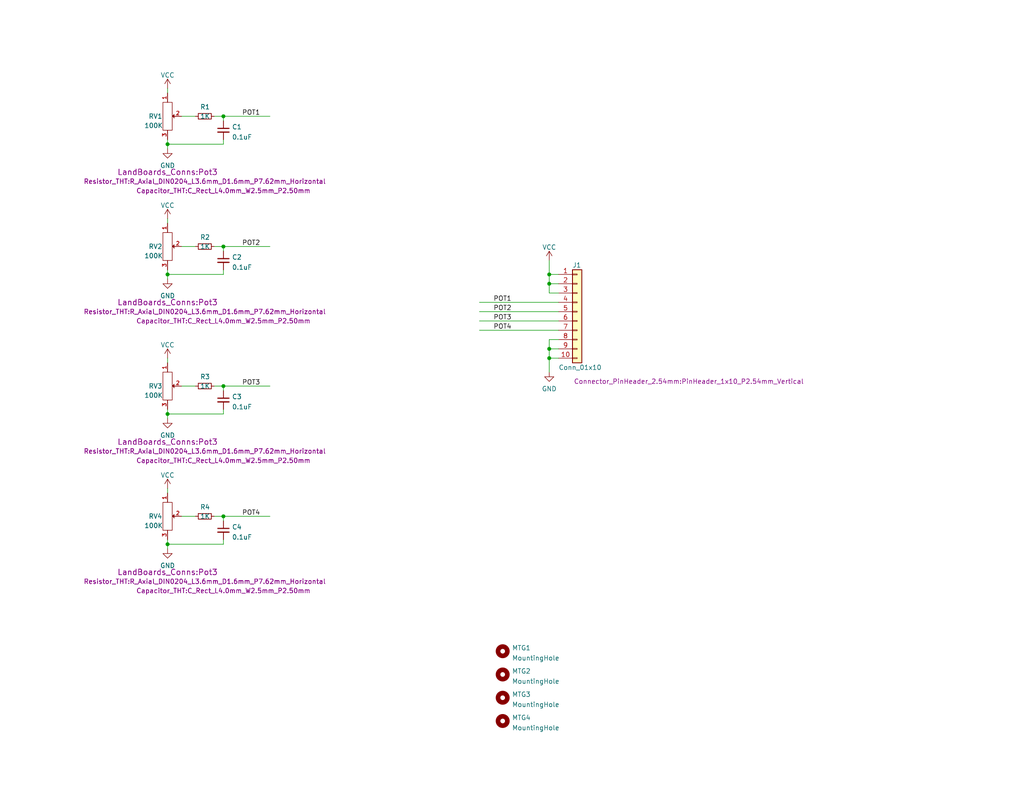
<source format=kicad_sch>
(kicad_sch (version 20211123) (generator eeschema)
  (paper "A")
  (title_block (date "2022-10-03") (rev "1"))
  (lib_symbols
    (symbol "Connector_Generic:Conn_01x10" (pin_names (offset 1.016) hide)
      (property "Reference" "J" (at 0 12.7 0))
      (property "Value" "Conn_01x10" (at 0 -15.24 0))
      (symbol "Conn_01x10_1_1"
        (rectangle (start -1.27 -12.573) (end 0 -12.827) (stroke (width 0.1524)))
        (rectangle (start -1.27 -10.033) (end 0 -10.287) (stroke (width 0.1524)))
        (rectangle (start -1.27 -7.493) (end 0 -7.747) (stroke (width 0.1524)))
        (rectangle (start -1.27 -4.953) (end 0 -5.207) (stroke (width 0.1524)))
        (rectangle (start -1.27 -2.413) (end 0 -2.667) (stroke (width 0.1524)))
        (rectangle (start -1.27 0.127) (end 0 -0.127) (stroke (width 0.1524)))
        (rectangle (start -1.27 2.667) (end 0 2.413) (stroke (width 0.1524)))
        (rectangle (start -1.27 5.207) (end 0 4.953) (stroke (width 0.1524)))
        (rectangle (start -1.27 7.747) (end 0 7.493) (stroke (width 0.1524)))
        (rectangle (start -1.27 10.287) (end 0 10.033) (stroke (width 0.1524)))
        (rectangle (start -1.27 11.43) (end 1.27 -13.97) (stroke (width 0.254)) (fill (type background)))
        (pin passive line (at -5.08 10.16 0) (length 3.81) (name "Pin_1") (number "1"))
        (pin passive line (at -5.08 -12.7 0) (length 3.81) (name "Pin_10") (number "10"))
        (pin passive line (at -5.08 7.62 0) (length 3.81) (name "Pin_2") (number "2"))
        (pin passive line (at -5.08 5.08 0) (length 3.81) (name "Pin_3") (number "3"))
        (pin passive line (at -5.08 2.54 0) (length 3.81) (name "Pin_4") (number "4"))
        (pin passive line (at -5.08 0 0) (length 3.81) (name "Pin_5") (number "5"))
        (pin passive line (at -5.08 -2.54 0) (length 3.81) (name "Pin_6") (number "6"))
        (pin passive line (at -5.08 -5.08 0) (length 3.81) (name "Pin_7") (number "7"))
        (pin passive line (at -5.08 -7.62 0) (length 3.81) (name "Pin_8") (number "8"))
        (pin passive line (at -5.08 -10.16 0) (length 3.81) (name "Pin_9") (number "9"))
      )
    )
    (symbol "Device:C_Small" (pin_numbers hide) (pin_names (offset 0.254) hide)
      (property "Reference" "C" (at 0.254 1.778 0))
      (property "Value" "C_Small" (at 0.254 -2.032 0))
      (symbol "C_Small_0_1"
        (polyline (pts (xy -1.524 -0.508) (xy 1.524 -0.508)) (stroke (width 0.3302)))
        (polyline (pts (xy -1.524 0.508) (xy 1.524 0.508)) (stroke (width 0.3048)))
      )
      (symbol "C_Small_1_1"
        (pin passive line (at 0 2.54 270) (length 2.032) (name "~") (number "1"))
        (pin passive line (at 0 -2.54 90) (length 2.032) (name "~") (number "2"))
      )
    )
    (symbol "Device:R_Small" (pin_numbers hide) (pin_names (offset 0.254) hide)
      (property "Reference" "R" (at 0.762 0.508 0))
      (property "Value" "R_Small" (at 0.762 -1.016 0))
      (symbol "R_Small_0_1"
        (rectangle (start -0.762 1.778) (end 0.762 -1.778) (stroke (width 0.2032)))
      )
      (symbol "R_Small_1_1"
        (pin passive line (at 0 2.54 270) (length 0.762) (name "~") (number "1"))
        (pin passive line (at 0 -2.54 90) (length 0.762) (name "~") (number "2"))
      )
    )
    (symbol "LandBoards:POT" (pin_names (offset 1.016) hide)
      (property "Reference" "RV" (at 0 -2.54 0))
      (property "Value" "POT" (at 0 0 0))
      (symbol "POT_0_1"
        (rectangle (start -3.81 1.27) (end 3.81 -1.27))
        (polyline (pts (xy 0 1.27) (xy -0.508 1.778) (xy 0.508 1.778)) (fill (type outline)))
      )
      (symbol "POT_1_1"
        (pin passive line (at -6.35 0 0) (length 2.54) (name "1") (number "1"))
        (pin passive line (at 0 3.81 270) (length 2.032) (name "2") (number "2"))
        (pin passive line (at 6.35 0 180) (length 2.54) (name "3") (number "3"))
      )
    )
    (symbol "Mechanical:MountingHole" (pin_names (offset 1.016))
      (property "Reference" "H" (at 0 5.08 0))
      (property "Value" "MountingHole" (at 0 3.175 0))
      (symbol "MountingHole_0_1"
        (circle (center 0 0) (radius 1.27) (stroke (width 1.27)))
      )
    )
    (symbol "power:GND" (power) (pin_names (offset 0))
      (property "Value" "GND" (at 0 -3.81 0))
      (symbol "GND_0_1"
        (polyline (pts (xy 0 0) (xy 0 -1.27) (xy 1.27 -1.27) (xy 0 -2.54) (xy -1.27 -1.27) (xy 0 -1.27)))
      )
      (symbol "GND_1_1"
        (pin power_in line (at 0 0 270) (length 0) hide (name "GND") (number "1"))
      )
    )
    (symbol "power:VCC" (power) (pin_names (offset 0))
      (property "Value" "VCC" (at 0 3.81 0))
      (symbol "VCC_0_1"
        (polyline (pts (xy -0.762 1.27) (xy 0 2.54)))
        (polyline (pts (xy 0 0) (xy 0 2.54)))
        (polyline (pts (xy 0 2.54) (xy 0.762 1.27)))
      )
      (symbol "VCC_1_1"
        (pin power_in line (at 0 0 90) (length 0) hide (name "VCC") (number "1"))
      )
    )
  )
  (junction (at 45.72 39.37))
  (junction (at 60.96 140.97))
  (junction (at 149.86 95.25))
  (junction (at 60.96 105.41))
  (junction (at 149.86 77.47))
  (junction (at 60.96 67.31))
  (junction (at 45.72 113.03))
  (junction (at 45.72 74.93))
  (junction (at 149.86 97.79))
  (junction (at 45.72 148.59))
  (junction (at 60.96 31.75))
  (junction (at 149.86 74.93))
  (wire (pts (xy 149.86 77.47) (xy 152.4 77.47)))
  (wire (pts (xy 45.72 113.03) (xy 45.72 114.3)))
  (wire (pts (xy 45.72 59.69) (xy 45.72 60.96)))
  (wire (pts (xy 45.72 133.35) (xy 45.72 134.62)))
  (wire (pts (xy 60.96 140.97) (xy 73.66 140.97)))
  (wire (pts (xy 45.72 24.13) (xy 45.72 25.4)))
  (wire (pts (xy 60.96 67.31) (xy 60.96 68.58)))
  (wire (pts (xy 152.4 92.71) (xy 149.86 92.71)))
  (wire (pts (xy 60.96 74.93) (xy 60.96 73.66)))
  (wire (pts (xy 149.86 95.25) (xy 149.86 97.79)))
  (wire (pts (xy 45.72 148.59) (xy 60.96 148.59)))
  (wire (pts (xy 58.42 105.41) (xy 60.96 105.41)))
  (wire (pts (xy 149.86 74.93) (xy 149.86 77.47)))
  (wire (pts (xy 130.81 82.55) (xy 152.4 82.55)))
  (wire (pts (xy 53.34 31.75) (xy 49.53 31.75)))
  (wire (pts (xy 130.81 87.63) (xy 152.4 87.63)))
  (wire (pts (xy 149.86 71.12) (xy 149.86 74.93)))
  (wire (pts (xy 53.34 67.31) (xy 49.53 67.31)))
  (wire (pts (xy 60.96 31.75) (xy 60.96 33.02)))
  (wire (pts (xy 130.81 85.09) (xy 152.4 85.09)))
  (wire (pts (xy 45.72 111.76) (xy 45.72 113.03)))
  (wire (pts (xy 60.96 105.41) (xy 60.96 106.68)))
  (wire (pts (xy 149.86 77.47) (xy 149.86 80.01)))
  (wire (pts (xy 152.4 80.01) (xy 149.86 80.01)))
  (wire (pts (xy 58.42 31.75) (xy 60.96 31.75)))
  (wire (pts (xy 45.72 38.1) (xy 45.72 39.37)))
  (wire (pts (xy 45.72 39.37) (xy 45.72 40.64)))
  (wire (pts (xy 45.72 97.79) (xy 45.72 99.06)))
  (wire (pts (xy 45.72 148.59) (xy 45.72 149.86)))
  (wire (pts (xy 149.86 97.79) (xy 149.86 101.6)))
  (wire (pts (xy 53.34 140.97) (xy 49.53 140.97)))
  (wire (pts (xy 45.72 74.93) (xy 45.72 76.2)))
  (wire (pts (xy 149.86 74.93) (xy 152.4 74.93)))
  (wire (pts (xy 149.86 95.25) (xy 152.4 95.25)))
  (wire (pts (xy 60.96 105.41) (xy 73.66 105.41)))
  (wire (pts (xy 45.72 74.93) (xy 60.96 74.93)))
  (wire (pts (xy 60.96 140.97) (xy 60.96 142.24)))
  (wire (pts (xy 60.96 113.03) (xy 60.96 111.76)))
  (wire (pts (xy 58.42 140.97) (xy 60.96 140.97)))
  (wire (pts (xy 130.81 90.17) (xy 152.4 90.17)))
  (wire (pts (xy 45.72 147.32) (xy 45.72 148.59)))
  (wire (pts (xy 60.96 31.75) (xy 73.66 31.75)))
  (wire (pts (xy 60.96 148.59) (xy 60.96 147.32)))
  (wire (pts (xy 60.96 39.37) (xy 60.96 38.1)))
  (wire (pts (xy 45.72 113.03) (xy 60.96 113.03)))
  (wire (pts (xy 60.96 67.31) (xy 73.66 67.31)))
  (wire (pts (xy 149.86 92.71) (xy 149.86 95.25)))
  (wire (pts (xy 53.34 105.41) (xy 49.53 105.41)))
  (wire (pts (xy 45.72 73.66) (xy 45.72 74.93)))
  (wire (pts (xy 149.86 97.79) (xy 152.4 97.79)))
  (wire (pts (xy 58.42 67.31) (xy 60.96 67.31)))
  (wire (pts (xy 45.72 39.37) (xy 60.96 39.37)))
  (label "POT4" (at 66.04 140.97 0))
  (label "POT2" (at 134.62 85.09 0))
  (label "POT4" (at 134.62 90.17 0))
  (label "POT1" (at 66.04 31.75 0))
  (label "POT1" (at 134.62 82.55 0))
  (label "POT3" (at 134.62 87.63 0))
  (label "POT3" (at 66.04 105.41 0))
  (label "POT2" (at 66.04 67.31 0))
  (symbol (lib_id "power:GND") (at 149.86 101.6 0) (unit 1)
    (property "Reference" "#PWR0110" (effects hide))
    (property "Value" "GND" (at 149.86 106.1625 0))
  )
  (symbol (lib_id "power:VCC") (at 45.72 97.79 0) (unit 1)
    (property "Reference" "#PWR0101" (effects hide))
    (property "Value" "VCC" (at 45.72 94.1855 0))
  )
  (symbol (lib_id "Device:R_Small") (at 55.88 140.97 270) (unit 1)
    (property "Reference" "R4" (at 54.61 138.43 90) (effects (justify left)))
    (property "Value" "1K" (at 54.61 140.97 90) (effects (justify left)))
    (property "Footprint" "Resistor_THT:R_Axial_DIN0204_L3.6mm_D1.6mm_P7.62mm_Horizontal" (at 55.88 158.75 90))
  )
  (symbol (lib_id "power:GND") (at 45.72 149.86 0) (unit 1)
    (property "Reference" "#PWR0105" (effects hide))
    (property "Value" "GND" (at 45.72 154.4225 0))
  )
  (symbol (lib_id "power:VCC") (at 149.86 71.12 0) (unit 1)
    (property "Reference" "#PWR0109" (effects hide))
    (property "Value" "VCC" (at 149.86 67.5155 0))
  )
  (symbol (lib_id "Device:C_Small") (at 60.96 35.56 0) (unit 1)
    (property "Reference" "C1" (at 63.2841 34.6578 0) (effects (justify left)))
    (property "Value" "0.1uF" (at 63.2841 37.4329 0) (effects (justify left)))
    (property "Footprint" "Capacitor_THT:C_Rect_L4.0mm_W2.5mm_P2.50mm" (at 60.96 52.07 0))
  )
  (symbol (lib_id "power:GND") (at 45.72 40.64 0) (unit 1)
    (property "Reference" "#PWR0106" (effects hide))
    (property "Value" "GND" (at 45.72 45.2025 0))
  )
  (symbol (lib_id "LandBoards:POT") (at 45.72 67.31 270) (unit 1)
    (property "Reference" "RV2" (at 42.4275 67.31 90))
    (property "Value" "100K" (at 41.91 69.85 90))
    (property "Footprint" "LandBoards_Conns:Pot3" (at 45.72 82.55 90) (effects (font (size 1.524 1.524))))
  )
  (symbol (lib_id "Device:C_Small") (at 60.96 109.22 0) (unit 1)
    (property "Reference" "C3" (at 63.2841 108.3178 0) (effects (justify left)))
    (property "Value" "0.1uF" (at 63.2841 111.0929 0) (effects (justify left)))
    (property "Footprint" "Capacitor_THT:C_Rect_L4.0mm_W2.5mm_P2.50mm" (at 60.96 125.73 0))
  )
  (symbol (lib_id "Device:C_Small") (at 60.96 144.78 0) (unit 1)
    (property "Reference" "C4" (at 63.2841 143.8778 0) (effects (justify left)))
    (property "Value" "0.1uF" (at 63.2841 146.6529 0) (effects (justify left)))
    (property "Footprint" "Capacitor_THT:C_Rect_L4.0mm_W2.5mm_P2.50mm" (at 60.96 161.29 0))
  )
  (symbol (lib_id "Mechanical:MountingHole") (at 137.16 190.5 0) (unit 1)
    (property "Reference" "MTG3" (at 139.7 189.5915 0) (effects (justify left)))
    (property "Value" "MountingHole" (at 139.7 192.3666 0) (effects (justify left)))
    (property "Footprint" "LandBoards_MountHoles:MTG-4-40" (effects hide))
  )
  (symbol (lib_id "Mechanical:MountingHole") (at 137.16 184.15 0) (unit 1)
    (property "Reference" "MTG2" (at 139.7 183.2415 0) (effects (justify left)))
    (property "Value" "MountingHole" (at 139.7 186.0166 0) (effects (justify left)))
    (property "Footprint" "LandBoards_MountHoles:MTG-4-40" (effects hide))
  )
  (symbol (lib_id "power:GND") (at 45.72 76.2 0) (unit 1)
    (property "Reference" "#PWR0108" (effects hide))
    (property "Value" "GND" (at 45.72 80.7625 0))
  )
  (symbol (lib_id "Device:C_Small") (at 60.96 71.12 0) (unit 1)
    (property "Reference" "C2" (at 63.2841 70.2178 0) (effects (justify left)))
    (property "Value" "0.1uF" (at 63.2841 72.9929 0) (effects (justify left)))
    (property "Footprint" "Capacitor_THT:C_Rect_L4.0mm_W2.5mm_P2.50mm" (at 60.96 87.63 0))
  )
  (symbol (lib_id "Connector_Generic:Conn_01x10") (at 157.48 85.09 0) (unit 1)
    (property "Reference" "J1" (at 156.21 72.39 0) (effects (justify left)))
    (property "Value" "Conn_01x10" (at 152.4 100.33 0) (effects (justify left)))
    (property "Footprint" "Connector_PinHeader_2.54mm:PinHeader_1x10_P2.54mm_Vertical" (at 187.96 104.14 0))
  )
  (symbol (lib_id "Device:R_Small") (at 55.88 105.41 270) (unit 1)
    (property "Reference" "R3" (at 54.61 102.87 90) (effects (justify left)))
    (property "Value" "1K" (at 54.61 105.41 90) (effects (justify left)))
    (property "Footprint" "Resistor_THT:R_Axial_DIN0204_L3.6mm_D1.6mm_P7.62mm_Horizontal" (at 55.88 123.19 90))
  )
  (symbol (lib_id "power:VCC") (at 45.72 133.35 0) (unit 1)
    (property "Reference" "#PWR0103" (effects hide))
    (property "Value" "VCC" (at 45.72 129.7455 0))
  )
  (symbol (lib_id "LandBoards:POT") (at 45.72 140.97 270) (unit 1)
    (property "Reference" "RV4" (at 42.4275 140.97 90))
    (property "Value" "100K" (at 41.91 143.51 90))
    (property "Footprint" "LandBoards_Conns:Pot3" (at 45.72 156.21 90) (effects (font (size 1.524 1.524))))
  )
  (symbol (lib_id "power:VCC") (at 45.72 24.13 0) (unit 1)
    (property "Reference" "#PWR0107" (effects hide))
    (property "Value" "VCC" (at 45.72 20.5255 0))
  )
  (symbol (lib_id "LandBoards:POT") (at 45.72 31.75 270) (unit 1)
    (property "Reference" "RV1" (at 42.4275 31.75 90))
    (property "Value" "100K" (at 41.91 34.29 90))
    (property "Footprint" "LandBoards_Conns:Pot3" (at 45.72 46.99 90) (effects (font (size 1.524 1.524))))
  )
  (symbol (lib_id "power:VCC") (at 45.72 59.69 0) (unit 1)
    (property "Reference" "#PWR0102" (effects hide))
    (property "Value" "VCC" (at 45.72 56.0855 0))
  )
  (symbol (lib_id "Mechanical:MountingHole") (at 137.16 196.85 0) (unit 1)
    (property "Reference" "MTG4" (at 139.7 195.9415 0) (effects (justify left)))
    (property "Value" "MountingHole" (at 139.7 198.7166 0) (effects (justify left)))
    (property "Footprint" "LandBoards_MountHoles:MTG-4-40" (effects hide))
  )
  (symbol (lib_id "Device:R_Small") (at 55.88 31.75 270) (unit 1)
    (property "Reference" "R1" (at 54.61 29.21 90) (effects (justify left)))
    (property "Value" "1K" (at 54.61 31.75 90) (effects (justify left)))
    (property "Footprint" "Resistor_THT:R_Axial_DIN0204_L3.6mm_D1.6mm_P7.62mm_Horizontal" (at 55.88 49.53 90))
  )
  (symbol (lib_id "LandBoards:POT") (at 45.72 105.41 270) (unit 1)
    (property "Reference" "RV3" (at 42.4275 105.41 90))
    (property "Value" "100K" (at 41.91 107.95 90))
    (property "Footprint" "LandBoards_Conns:Pot3" (at 45.72 120.65 90) (effects (font (size 1.524 1.524))))
  )
  (symbol (lib_id "power:GND") (at 45.72 114.3 0) (unit 1)
    (property "Reference" "#PWR0104" (effects hide))
    (property "Value" "GND" (at 45.72 118.8625 0))
  )
  (symbol (lib_id "Mechanical:MountingHole") (at 137.16 177.8 0) (unit 1)
    (property "Reference" "MTG1" (at 139.7 176.8915 0) (effects (justify left)))
    (property "Value" "MountingHole" (at 139.7 179.6666 0) (effects (justify left)))
    (property "Footprint" "LandBoards_MountHoles:MTG-4-40" (effects hide))
  )
  (symbol (lib_id "Device:R_Small") (at 55.88 67.31 270) (unit 1)
    (property "Reference" "R2" (at 54.61 64.77 90) (effects (justify left)))
    (property "Value" "1K" (at 54.61 67.31 90) (effects (justify left)))
    (property "Footprint" "Resistor_THT:R_Axial_DIN0204_L3.6mm_D1.6mm_P7.62mm_Horizontal" (at 55.88 85.09 90))
  )
)
</source>
